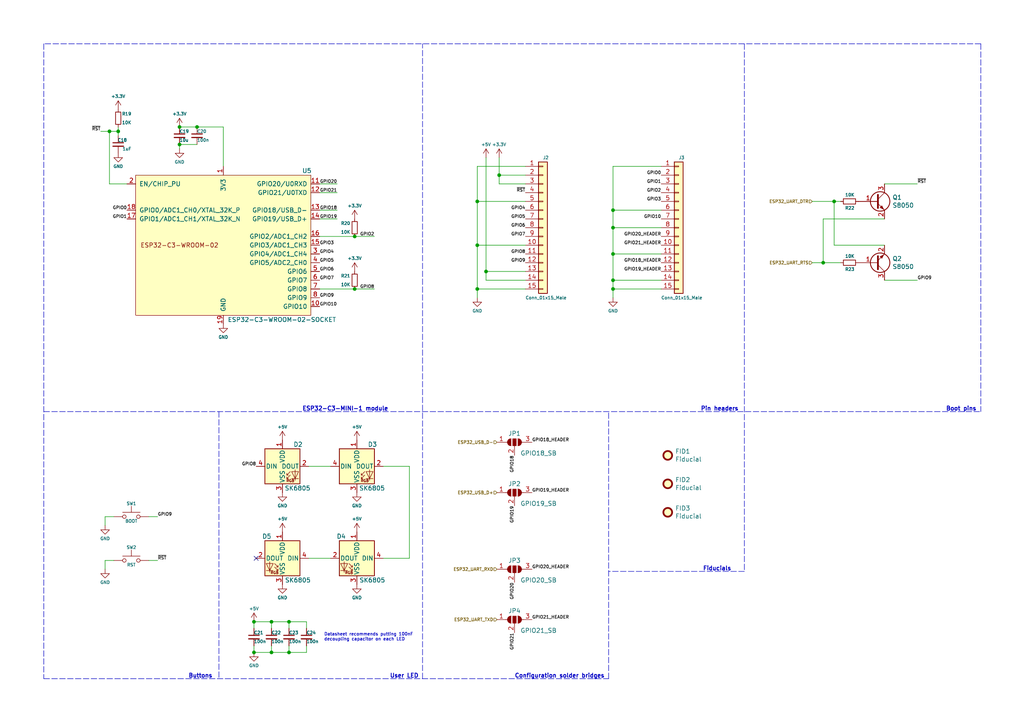
<source format=kicad_sch>
(kicad_sch (version 20211123) (generator eeschema)
  (paper "A4")
  (title_block (title "ESP32-C3 module") (date "2025-02-16") (rev "1.0") (company "Copyright: Tomislav Milkovic"))
  (lib_symbols
    (symbol "Connector_Generic:Conn_01x15" (pin_names (offset 1.016) hide)
      (property "Reference" "J" (at 0 20.32 0))
      (property "Value" "Conn_01x15" (at 0 -20.32 0))
      (symbol "Conn_01x15_1_1"
        (rectangle (start -1.27 -17.653) (end 0 -17.907) (stroke (width 0.1524)))
        (rectangle (start -1.27 -15.113) (end 0 -15.367) (stroke (width 0.1524)))
        (rectangle (start -1.27 -12.573) (end 0 -12.827) (stroke (width 0.1524)))
        (rectangle (start -1.27 -10.033) (end 0 -10.287) (stroke (width 0.1524)))
        (rectangle (start -1.27 -7.493) (end 0 -7.747) (stroke (width 0.1524)))
        (rectangle (start -1.27 -4.953) (end 0 -5.207) (stroke (width 0.1524)))
        (rectangle (start -1.27 -2.413) (end 0 -2.667) (stroke (width 0.1524)))
        (rectangle (start -1.27 0.127) (end 0 -0.127) (stroke (width 0.1524)))
        (rectangle (start -1.27 2.667) (end 0 2.413) (stroke (width 0.1524)))
        (rectangle (start -1.27 5.207) (end 0 4.953) (stroke (width 0.1524)))
        (rectangle (start -1.27 7.747) (end 0 7.493) (stroke (width 0.1524)))
        (rectangle (start -1.27 10.287) (end 0 10.033) (stroke (width 0.1524)))
        (rectangle (start -1.27 12.827) (end 0 12.573) (stroke (width 0.1524)))
        (rectangle (start -1.27 15.367) (end 0 15.113) (stroke (width 0.1524)))
        (rectangle (start -1.27 17.907) (end 0 17.653) (stroke (width 0.1524)))
        (rectangle (start -1.27 19.05) (end 1.27 -19.05) (stroke (width 0.254)) (fill (type background)))
        (pin passive line (at -5.08 17.78 0) (length 3.81) (name "Pin_1") (number "1"))
        (pin passive line (at -5.08 -5.08 0) (length 3.81) (name "Pin_10") (number "10"))
        (pin passive line (at -5.08 -7.62 0) (length 3.81) (name "Pin_11") (number "11"))
        (pin passive line (at -5.08 -10.16 0) (length 3.81) (name "Pin_12") (number "12"))
        (pin passive line (at -5.08 -12.7 0) (length 3.81) (name "Pin_13") (number "13"))
        (pin passive line (at -5.08 -15.24 0) (length 3.81) (name "Pin_14") (number "14"))
        (pin passive line (at -5.08 -17.78 0) (length 3.81) (name "Pin_15") (number "15"))
        (pin passive line (at -5.08 15.24 0) (length 3.81) (name "Pin_2") (number "2"))
        (pin passive line (at -5.08 12.7 0) (length 3.81) (name "Pin_3") (number "3"))
        (pin passive line (at -5.08 10.16 0) (length 3.81) (name "Pin_4") (number "4"))
        (pin passive line (at -5.08 7.62 0) (length 3.81) (name "Pin_5") (number "5"))
        (pin passive line (at -5.08 5.08 0) (length 3.81) (name "Pin_6") (number "6"))
        (pin passive line (at -5.08 2.54 0) (length 3.81) (name "Pin_7") (number "7"))
        (pin passive line (at -5.08 0 0) (length 3.81) (name "Pin_8") (number "8"))
        (pin passive line (at -5.08 -2.54 0) (length 3.81) (name "Pin_9") (number "9"))
      )
    )
    (symbol "Device:C_Small" (pin_numbers hide) (pin_names (offset 0.254) hide)
      (property "Reference" "C" (at 0.254 1.778 0))
      (property "Value" "C_Small" (at 0.254 -2.032 0))
      (symbol "C_Small_0_1"
        (polyline (pts (xy -1.524 -0.508) (xy 1.524 -0.508)) (stroke (width 0.3302)))
        (polyline (pts (xy -1.524 0.508) (xy 1.524 0.508)) (stroke (width 0.3048)))
      )
      (symbol "C_Small_1_1"
        (pin passive line (at 0 2.54 270) (length 2.032) (name "~") (number "1"))
        (pin passive line (at 0 -2.54 90) (length 2.032) (name "~") (number "2"))
      )
    )
    (symbol "Device:R_Small" (pin_numbers hide) (pin_names (offset 0.254) hide)
      (property "Reference" "R" (at 0.762 0.508 0))
      (property "Value" "R_Small" (at 0.762 -1.016 0))
      (symbol "R_Small_0_1"
        (rectangle (start -0.762 1.778) (end 0.762 -1.778) (stroke (width 0.2032)))
      )
      (symbol "R_Small_1_1"
        (pin passive line (at 0 2.54 270) (length 0.762) (name "~") (number "1"))
        (pin passive line (at 0 -2.54 90) (length 0.762) (name "~") (number "2"))
      )
    )
    (symbol "Espressif:ESP32-C3-WROOM-02" (pin_names (offset 1.016))
      (property "Value" "ESP32-C3-WROOM-02" (at 0 0 0))
      (property "Reference_1" "U" (at -25.4 25.4 0))
      (property "Value_1" "ESP32-C3-WROOM-02" (at -25.4 22.86 0))
      (symbol "ESP32-C3-WROOM-02_0_0"
        (text "ESP32-C3-WROOM-02" (at -12.7 0 0) (effects (font (size 1.27 1.27))))
      )
      (symbol "ESP32-C3-WROOM-02_0_1"
        (rectangle (start 25.4 20.32) (end -25.4 -20.32) (fill (type background)))
      )
      (symbol "ESP32-C3-WROOM-02_1_1"
        (pin power_in line (at 0 22.86 270) (length 2.54) (name "3V3") (number "1"))
        (pin bidirectional line (at 27.94 -17.78 180) (length 2.54) (name "GPIO10") (number "10"))
        (pin bidirectional line (at 27.94 17.78 180) (length 2.54) (name "GPIO20/U0RXD") (number "11"))
        (pin bidirectional line (at 27.94 15.24 180) (length 2.54) (name "GPIO21/U0TXD") (number "12"))
        (pin bidirectional line (at 27.94 10.16 180) (length 2.54) (name "GPIO18/USB_D-") (number "13"))
        (pin bidirectional line (at 27.94 7.62 180) (length 2.54) (name "GPIO19/USB_D+") (number "14"))
        (pin bidirectional line (at 27.94 0 180) (length 2.54) (name "GPIO3/ADC1_CH3") (number "15"))
        (pin bidirectional line (at 27.94 2.54 180) (length 2.54) (name "GPIO2/ADC1_CH2") (number "16"))
        (pin bidirectional line (at -27.94 7.62 0) (length 2.54) (name "GPIO1/ADC1_CH1/XTAL_32K_N") (number "17"))
        (pin bidirectional line (at -27.94 10.16 0) (length 2.54) (name "GPIO0/ADC1_CH0/XTAL_32K_P") (number "18"))
        (pin power_in line (at 0 -22.86 90) (length 2.54) (name "GND") (number "19"))
        (pin input line (at -27.94 17.78 0) (length 2.54) (name "EN/CHIP_PU") (number "2"))
        (pin bidirectional line (at 27.94 -2.54 180) (length 2.54) (name "GPIO4/ADC1_CH4") (number "3"))
        (pin bidirectional line (at 27.94 -5.08 180) (length 2.54) (name "GPIO5/ADC2_CH0") (number "4"))
        (pin bidirectional line (at 27.94 -7.62 180) (length 2.54) (name "GPIO6") (number "5"))
        (pin bidirectional line (at 27.94 -10.16 180) (length 2.54) (name "GPIO7") (number "6"))
        (pin bidirectional line (at 27.94 -12.7 180) (length 2.54) (name "GPIO8") (number "7"))
        (pin bidirectional line (at 27.94 -15.24 180) (length 2.54) (name "GPIO9") (number "8"))
        (pin passive line (at 0 -22.86 90) (length 2.54) hide (name "GND") (number "9"))
      )
    )
    (symbol "Jumper:SolderJumper_3_Open" (pin_names (offset 0) hide)
      (property "Reference" "JP" (at -2.54 -2.54 0))
      (property "Value" "SolderJumper_3_Open" (at 0 2.794 0))
      (symbol "SolderJumper_3_Open_0_1"
        (arc (start -1.016 1.016) (mid -2.032 0) (end -1.016 -1.016))
        (arc (start -1.016 1.016) (mid -2.032 0) (end -1.016 -1.016) (fill (type outline)))
        (rectangle (start -0.508 1.016) (end 0.508 -1.016) (fill (type outline)))
        (polyline (pts (xy -2.54 0) (xy -2.032 0)))
        (polyline (pts (xy -1.016 1.016) (xy -1.016 -1.016)))
        (polyline (pts (xy 0 -1.27) (xy 0 -1.016)))
        (polyline (pts (xy 1.016 1.016) (xy 1.016 -1.016)))
        (polyline (pts (xy 2.54 0) (xy 2.032 0)))
        (arc (start 1.016 -1.016) (mid 2.032 0) (end 1.016 1.016))
        (arc (start 1.016 -1.016) (mid 2.032 0) (end 1.016 1.016) (fill (type outline)))
      )
      (symbol "SolderJumper_3_Open_1_1"
        (pin passive line (at -5.08 0 0) (length 2.54) (name "A") (number "1"))
        (pin passive line (at 0 -3.81 90) (length 2.54) (name "C") (number "2"))
        (pin passive line (at 5.08 0 180) (length 2.54) (name "B") (number "3"))
      )
    )
    (symbol "LED:WS2812B" (pin_names (offset 0.254))
      (property "Reference" "D" (at 5.08 5.715 0))
      (property "Value" "WS2812B" (at 1.27 -5.715 0))
      (symbol "WS2812B_0_0"
        (text "RGB" (at 2.286 -4.191 0) (effects (font (size 0.762 0.762))))
      )
      (symbol "WS2812B_0_1"
        (polyline (pts (xy 1.27 -3.556) (xy 1.778 -3.556)))
        (polyline (pts (xy 1.27 -2.54) (xy 1.778 -2.54)))
        (polyline (pts (xy 4.699 -3.556) (xy 2.667 -3.556)))
        (polyline (pts (xy 2.286 -2.54) (xy 1.27 -3.556) (xy 1.27 -3.048)))
        (polyline (pts (xy 2.286 -1.524) (xy 1.27 -2.54) (xy 1.27 -2.032)))
        (polyline (pts (xy 3.683 -1.016) (xy 3.683 -3.556) (xy 3.683 -4.064)))
        (polyline (pts (xy 4.699 -1.524) (xy 2.667 -1.524) (xy 3.683 -3.556) (xy 4.699 -1.524)))
        (rectangle (start 5.08 5.08) (end -5.08 -5.08) (stroke (width 0.254)) (fill (type background)))
      )
      (symbol "WS2812B_1_1"
        (pin power_in line (at 0 7.62 270) (length 2.54) (name "VDD") (number "1"))
        (pin output line (at 7.62 0 180) (length 2.54) (name "DOUT") (number "2"))
        (pin power_in line (at 0 -7.62 90) (length 2.54) (name "VSS") (number "3"))
        (pin input line (at -7.62 0 0) (length 2.54) (name "DIN") (number "4"))
      )
    )
    (symbol "Mechanical:Fiducial"
      (property "Reference" "FID" (at 0 5.08 0))
      (property "Value" "Fiducial" (at 0 3.175 0))
      (symbol "Fiducial_0_1"
        (circle (center 0 0) (radius 1.27) (stroke (width 0.508)) (fill (type background)))
      )
    )
    (symbol "Switch:SW_Push" (pin_numbers hide) (pin_names (offset 1.016) hide)
      (property "Reference" "SW" (at 1.27 2.54 0))
      (property "Value" "SW_Push" (at 0 -1.524 0))
      (symbol "SW_Push_0_1"
        (circle (center -2.032 0) (radius 0.508))
        (polyline (pts (xy 0 1.27) (xy 0 3.048)))
        (polyline (pts (xy 2.54 1.27) (xy -2.54 1.27)))
        (circle (center 2.032 0) (radius 0.508))
        (pin passive line (at -5.08 0 0) (length 2.54) (name "1") (number "1"))
        (pin passive line (at 5.08 0 180) (length 2.54) (name "2") (number "2"))
      )
    )
    (symbol "Transistor_BJT:BC817" (pin_names (offset 0) hide)
      (property "Reference" "Q" (at 5.08 1.905 0))
      (property "Value" "BC817" (at 5.08 0 0))
      (symbol "BC817_0_1"
        (polyline (pts (xy 0.635 0.635) (xy 2.54 2.54)))
        (polyline (pts (xy 0.635 -0.635) (xy 2.54 -2.54) (xy 2.54 -2.54)))
        (polyline (pts (xy 0.635 1.905) (xy 0.635 -1.905) (xy 0.635 -1.905)) (stroke (width 0.508)))
        (polyline (pts (xy 1.27 -1.778) (xy 1.778 -1.27) (xy 2.286 -2.286) (xy 1.27 -1.778) (xy 1.27 -1.778)) (fill (type outline)))
        (circle (center 1.27 0) (radius 2.8194) (stroke (width 0.254)))
      )
      (symbol "BC817_1_1"
        (pin input line (at -5.08 0 0) (length 5.715) (name "B") (number "1"))
        (pin passive line (at 2.54 -5.08 90) (length 2.54) (name "E") (number "2"))
        (pin passive line (at 2.54 5.08 270) (length 2.54) (name "C") (number "3"))
      )
    )
    (symbol "power:+3.3V" (power) (pin_names (offset 0))
      (property "Value" "+3.3V" (at 0 3.556 0))
      (symbol "+3.3V_0_1"
        (polyline (pts (xy -0.762 1.27) (xy 0 2.54)))
        (polyline (pts (xy 0 0) (xy 0 2.54)))
        (polyline (pts (xy 0 2.54) (xy 0.762 1.27)))
      )
      (symbol "+3.3V_1_1"
        (pin power_in line (at 0 0 90) (length 0) hide (name "+3.3V") (number "1"))
      )
    )
    (symbol "power:+5V" (power) (pin_names (offset 0))
      (property "Value" "+5V" (at 0 3.556 0))
      (symbol "+5V_0_1"
        (polyline (pts (xy -0.762 1.27) (xy 0 2.54)))
        (polyline (pts (xy 0 0) (xy 0 2.54)))
        (polyline (pts (xy 0 2.54) (xy 0.762 1.27)))
      )
      (symbol "+5V_1_1"
        (pin power_in line (at 0 0 90) (length 0) hide (name "+5V") (number "1"))
      )
    )
    (symbol "power:GND" (power) (pin_names (offset 0))
      (property "Value" "GND" (at 0 -3.81 0))
      (symbol "GND_0_1"
        (polyline (pts (xy 0 0) (xy 0 -1.27) (xy 1.27 -1.27) (xy 0 -2.54) (xy -1.27 -1.27) (xy 0 -1.27)))
      )
      (symbol "GND_1_1"
        (pin power_in line (at 0 0 270) (length 0) hide (name "GND") (number "1"))
      )
    )
  )
  (junction (at 73.66 180.34))
  (junction (at 83.82 180.34))
  (junction (at 31.75 38.1))
  (junction (at 138.43 71.12))
  (junction (at 52.07 41.91))
  (junction (at 102.87 68.58))
  (junction (at 57.15 36.83))
  (junction (at 144.78 50.8))
  (junction (at 52.07 36.83))
  (junction (at 102.87 83.82))
  (junction (at 241.935 58.42))
  (junction (at 177.8 66.04))
  (junction (at 138.43 83.82))
  (junction (at 177.8 83.82))
  (junction (at 140.97 78.74))
  (junction (at 238.76 76.2))
  (junction (at 83.82 189.23))
  (junction (at 177.8 81.28))
  (junction (at 34.29 38.1))
  (junction (at 73.66 189.23))
  (junction (at 138.43 58.42))
  (junction (at 78.74 189.23))
  (junction (at 177.8 60.96))
  (junction (at 177.8 73.66))
  (junction (at 78.74 180.34))
  (no_connect (at 74.295 161.925))
  (wire (pts (xy 73.66 182.245) (xy 73.66 180.34)))
  (wire (pts (xy 256.54 81.28) (xy 266.065 81.28)))
  (wire (pts (xy 111.125 135.255) (xy 118.745 135.255)))
  (polyline (pts (xy 12.7 196.85) (xy 176.53 196.85)))
  (wire (pts (xy 92.71 55.88) (xy 97.79 55.88)))
  (wire (pts (xy 52.07 36.83) (xy 57.15 36.83)))
  (wire (pts (xy 88.9 189.23) (xy 88.9 187.325)))
  (wire (pts (xy 152.4 71.12) (xy 138.43 71.12)))
  (wire (pts (xy 152.4 58.42) (xy 138.43 58.42)))
  (wire (pts (xy 235.585 76.2) (xy 238.76 76.2)))
  (wire (pts (xy 177.8 60.96) (xy 177.8 66.04)))
  (wire (pts (xy 177.8 81.28) (xy 177.8 83.82)))
  (wire (pts (xy 140.97 78.74) (xy 140.97 81.28)))
  (polyline (pts (xy 63.5 119.38) (xy 63.5 196.85)))
  (wire (pts (xy 89.535 135.255) (xy 95.885 135.255)))
  (wire (pts (xy 241.935 71.12) (xy 256.54 71.12)))
  (wire (pts (xy 140.97 45.72) (xy 140.97 78.74)))
  (wire (pts (xy 191.77 81.28) (xy 177.8 81.28)))
  (wire (pts (xy 177.8 83.82) (xy 177.8 86.36)))
  (wire (pts (xy 45.72 162.56) (xy 43.18 162.56)))
  (polyline (pts (xy 176.53 196.85) (xy 176.53 119.38)))
  (wire (pts (xy 191.77 83.82) (xy 177.8 83.82)))
  (wire (pts (xy 88.9 180.34) (xy 88.9 182.245)))
  (wire (pts (xy 92.71 53.34) (xy 97.79 53.34)))
  (wire (pts (xy 73.66 180.34) (xy 78.74 180.34)))
  (wire (pts (xy 73.66 189.23) (xy 73.66 187.325)))
  (wire (pts (xy 235.585 58.42) (xy 241.935 58.42)))
  (wire (pts (xy 64.77 48.26) (xy 64.77 36.83)))
  (wire (pts (xy 111.125 161.925) (xy 118.745 161.925)))
  (wire (pts (xy 191.77 60.96) (xy 177.8 60.96)))
  (wire (pts (xy 152.4 81.28) (xy 140.97 81.28)))
  (wire (pts (xy 191.77 48.26) (xy 177.8 48.26)))
  (polyline (pts (xy 12.7 119.38) (xy 284.48 119.38)))
  (wire (pts (xy 238.76 63.5) (xy 238.76 76.2)))
  (wire (pts (xy 52.07 41.91) (xy 52.07 43.18)))
  (wire (pts (xy 83.82 187.325) (xy 83.82 189.23)))
  (wire (pts (xy 144.78 50.8) (xy 144.78 45.72)))
  (wire (pts (xy 83.82 180.34) (xy 88.9 180.34)))
  (wire (pts (xy 83.82 189.23) (xy 88.9 189.23)))
  (wire (pts (xy 144.78 53.34) (xy 144.78 50.8)))
  (wire (pts (xy 83.82 182.245) (xy 83.82 180.34)))
  (wire (pts (xy 177.8 66.04) (xy 177.8 73.66)))
  (polyline (pts (xy 215.9 165.735) (xy 176.53 165.735)))
  (wire (pts (xy 57.15 36.83) (xy 64.77 36.83)))
  (wire (pts (xy 138.43 58.42) (xy 138.43 71.12)))
  (wire (pts (xy 34.29 36.83) (xy 34.29 38.1)))
  (wire (pts (xy 92.71 63.5) (xy 97.79 63.5)))
  (wire (pts (xy 152.4 83.82) (xy 138.43 83.82)))
  (wire (pts (xy 191.77 73.66) (xy 177.8 73.66)))
  (wire (pts (xy 78.74 180.34) (xy 83.82 180.34)))
  (polyline (pts (xy 122.555 196.85) (xy 122.555 12.7)))
  (wire (pts (xy 33.02 149.86) (xy 30.48 149.86)))
  (wire (pts (xy 30.48 162.56) (xy 30.48 165.1)))
  (wire (pts (xy 102.87 68.58) (xy 92.71 68.58)))
  (wire (pts (xy 31.75 53.34) (xy 31.75 38.1)))
  (wire (pts (xy 31.75 38.1) (xy 34.29 38.1)))
  (wire (pts (xy 152.4 53.34) (xy 144.78 53.34)))
  (wire (pts (xy 30.48 152.4) (xy 30.48 149.86)))
  (wire (pts (xy 102.87 83.82) (xy 92.71 83.82)))
  (wire (pts (xy 138.43 71.12) (xy 138.43 83.82)))
  (wire (pts (xy 34.29 39.37) (xy 34.29 38.1)))
  (wire (pts (xy 108.585 83.82) (xy 102.87 83.82)))
  (wire (pts (xy 152.4 78.74) (xy 140.97 78.74)))
  (wire (pts (xy 31.75 53.34) (xy 36.83 53.34)))
  (wire (pts (xy 78.74 182.245) (xy 78.74 180.34)))
  (polyline (pts (xy 284.48 12.7) (xy 284.48 119.38)))
  (polyline (pts (xy 284.48 12.7) (xy 12.7 12.7)))
  (wire (pts (xy 256.54 53.34) (xy 266.065 53.34)))
  (wire (pts (xy 241.935 58.42) (xy 243.84 58.42)))
  (wire (pts (xy 177.8 73.66) (xy 177.8 81.28)))
  (wire (pts (xy 191.77 66.04) (xy 177.8 66.04)))
  (wire (pts (xy 92.71 60.96) (xy 97.79 60.96)))
  (polyline (pts (xy 12.7 12.7) (xy 12.7 196.85)))
  (wire (pts (xy 43.18 149.86) (xy 45.72 149.86)))
  (wire (pts (xy 238.76 76.2) (xy 243.84 76.2)))
  (wire (pts (xy 177.8 48.26) (xy 177.8 60.96)))
  (wire (pts (xy 33.02 162.56) (xy 30.48 162.56)))
  (wire (pts (xy 108.585 68.58) (xy 102.87 68.58)))
  (wire (pts (xy 152.4 50.8) (xy 144.78 50.8)))
  (wire (pts (xy 52.07 41.91) (xy 57.15 41.91)))
  (wire (pts (xy 78.74 189.23) (xy 83.82 189.23)))
  (wire (pts (xy 118.745 135.255) (xy 118.745 161.925)))
  (wire (pts (xy 238.76 63.5) (xy 256.54 63.5)))
  (wire (pts (xy 152.4 48.26) (xy 138.43 48.26)))
  (polyline (pts (xy 215.9 12.7) (xy 215.9 165.735)))
  (wire (pts (xy 78.74 187.325) (xy 78.74 189.23)))
  (wire (pts (xy 241.935 58.42) (xy 241.935 71.12)))
  (wire (pts (xy 31.75 38.1) (xy 29.21 38.1)))
  (wire (pts (xy 138.43 86.36) (xy 138.43 83.82)))
  (wire (pts (xy 95.885 161.925) (xy 89.535 161.925)))
  (wire (pts (xy 73.66 189.23) (xy 78.74 189.23)))
  (wire (pts (xy 138.43 48.26) (xy 138.43 58.42)))
  (text "Configuration solder bridges" (at 149.225 196.85 0) (effects (font (size 1.1938 1.1938) (thickness 0.2388) bold) (justify left bottom)))
  (text "Fiducials" (at 203.835 165.735 0) (effects (font (size 1.1938 1.1938) (thickness 0.2388) bold) (justify left bottom)))
  (text "Boot pins" (at 274.32 119.38 0) (effects (font (size 1.1938 1.1938) (thickness 0.2388) bold) (justify left bottom)))
  (text "Pin headers" (at 203.2 119.38 0) (effects (font (size 1.1938 1.1938) (thickness 0.2388) bold) (justify left bottom)))
  (text "ESP32-C3-MINI-1 module" (at 87.63 119.38 0) (effects (font (size 1.1938 1.1938) (thickness 0.2388) bold) (justify left bottom)))
  (text "Datasheet recommends putting 100nF\ndecoupling capacitor on each LED" (at 93.98 186.055 0) (effects (font (size 0.889 0.889)) (justify left bottom)))
  (text "Buttons" (at 54.61 196.85 0) (effects (font (size 1.1938 1.1938) (thickness 0.2388) bold) (justify left bottom)))
  (text "User LED" (at 113.03 196.85 0) (effects (font (size 1.1938 1.1938) (thickness 0.2388) bold) (justify left bottom)))
  (label "GPIO5" (at 92.71 76.2 0) (effects (font (size 0.889 0.889))))
  (label "GPIO8" (at 152.4 73.66 180) (effects (font (size 0.889 0.889))))
  (label "GPIO10" (at 191.77 63.5 180) (effects (font (size 0.889 0.889))))
  (label "GPIO18" (at 149.225 132.08 270) (effects (font (size 0.889 0.889))))
  (label "GPIO21_HEADER" (at 154.305 179.705 0) (effects (font (size 0.889 0.889))))
  (label "GPIO1" (at 36.83 63.5 180) (effects (font (size 0.889 0.889))))
  (label "GPIO20" (at 149.225 168.91 270) (effects (font (size 0.889 0.889))))
  (label "GPIO9" (at 45.72 149.86 0) (effects (font (size 0.889 0.889))))
  (label "~{RST}" (at 45.72 162.56 0) (effects (font (size 0.889 0.889))))
  (label "GPIO6" (at 152.4 66.04 180) (effects (font (size 0.889 0.889))))
  (label "GPIO18" (at 97.79 60.96 180) (effects (font (size 0.889 0.889))))
  (label "GPIO19" (at 97.79 63.5 180) (effects (font (size 0.889 0.889))))
  (label "GPIO4" (at 152.4 60.96 180) (effects (font (size 0.889 0.889))))
  (label "~{RST}" (at 152.4 55.88 180) (effects (font (size 0.889 0.889))))
  (label "GPIO1" (at 191.77 53.34 180) (effects (font (size 0.889 0.889))))
  (label "GPIO19_HEADER" (at 154.305 142.875 0) (effects (font (size 0.889 0.889))))
  (label "GPIO18_HEADER" (at 154.305 128.27 0) (effects (font (size 0.889 0.889))))
  (label "GPIO9" (at 92.71 86.36 0) (effects (font (size 0.889 0.889))))
  (label "GPIO3" (at 191.77 58.42 180) (effects (font (size 0.889 0.889))))
  (label "GPIO6" (at 92.71 78.74 0) (effects (font (size 0.889 0.889))))
  (label "GPIO2" (at 191.77 55.88 180) (effects (font (size 0.889 0.889))))
  (label "GPIO8" (at 108.585 83.82 180) (effects (font (size 0.889 0.889))))
  (label "GPIO21" (at 149.225 183.515 270) (effects (font (size 0.889 0.889))))
  (label "~{RST}" (at 29.21 38.1 180) (effects (font (size 0.889 0.889))))
  (label "GPIO21" (at 97.79 55.88 180) (effects (font (size 0.889 0.889))))
  (label "GPIO9" (at 152.4 76.2 180) (effects (font (size 0.889 0.889))))
  (label "GPIO10" (at 92.71 88.9 0) (effects (font (size 0.889 0.889))))
  (label "GPIO2" (at 108.585 68.58 180) (effects (font (size 0.889 0.889))))
  (label "GPIO4" (at 92.71 73.66 0) (effects (font (size 0.889 0.889))))
  (label "GPIO8" (at 74.295 135.255 180) (effects (font (size 0.889 0.889))))
  (label "~{RST}" (at 266.065 53.34 0) (effects (font (size 0.889 0.889))))
  (label "GPIO7" (at 152.4 68.58 180) (effects (font (size 0.889 0.889))))
  (label "GPIO18_HEADER" (at 191.77 76.2 180) (effects (font (size 0.889 0.889))))
  (label "GPIO19" (at 149.225 146.685 270) (effects (font (size 0.889 0.889))))
  (label "GPIO7" (at 92.71 81.28 0) (effects (font (size 0.889 0.889))))
  (label "GPIO20" (at 97.79 53.34 180) (effects (font (size 0.889 0.889))))
  (label "GPIO0" (at 36.83 60.96 180) (effects (font (size 0.889 0.889))))
  (label "GPIO21_HEADER" (at 191.77 71.12 180) (effects (font (size 0.889 0.889))))
  (label "GPIO0" (at 191.77 50.8 180) (effects (font (size 0.889 0.889))))
  (label "GPIO5" (at 152.4 63.5 180) (effects (font (size 0.889 0.889))))
  (label "GPIO9" (at 266.065 81.28 0) (effects (font (size 0.889 0.889))))
  (label "GPIO19_HEADER" (at 191.77 78.74 180) (effects (font (size 0.889 0.889))))
  (label "GPIO20_HEADER" (at 154.305 165.1 0) (effects (font (size 0.889 0.889))))
  (label "GPIO20_HEADER" (at 191.77 68.58 180) (effects (font (size 0.889 0.889))))
  (label "GPIO3" (at 92.71 71.12 0) (effects (font (size 0.889 0.889))))
  (hierarchical_label "ESP32_UART_RXD" (shape input) (at 144.145 165.1 180) (effects (font (size 0.889 0.889))))
  (hierarchical_label "ESP32_UART_DTR" (shape input) (at 235.585 58.42 180) (effects (font (size 0.889 0.889))))
  (hierarchical_label "ESP32_UART_RTS" (shape input) (at 235.585 76.2 180) (effects (font (size 0.889 0.889))))
  (hierarchical_label "ESP32_USB_D+" (shape input) (at 144.145 142.875 180) (effects (font (size 0.889 0.889))))
  (hierarchical_label "ESP32_USB_D-" (shape input) (at 144.145 128.27 180) (effects (font (size 0.889 0.889))))
  (hierarchical_label "ESP32_UART_TXD" (shape input) (at 144.145 179.705 180) (effects (font (size 0.889 0.889))))
  (symbol (lib_id "power:GND") (at 64.77 93.98 0) (unit 1)
    (property "Reference" "#PWR037" (effects hide))
    (property "Value" "GND" (at 64.77 97.79 0) (effects (font (size 0.889 0.889))))
  )
  (symbol (lib_id "Switch:SW_Push") (at 38.1 162.56 0) (unit 1)
    (property "Reference" "SW2" (at 38.1 158.75 0) (effects (font (size 0.889 0.889))))
    (property "Value" "RST" (at 38.1 163.83 0) (effects (font (size 0.889 0.889))))
    (property "Footprint" "Button_Switch_SMD:SW_SPST_CK_RS282G05A3" (effects hide))
    (property "Datasheet" "https://datasheet.lcsc.com/lcsc/2002271431_XKB-Connectivity-TS-1187A-B-A-B_C318884.pdf" (effects hide))
  )
  (symbol (lib_id "power:GND") (at 30.48 165.1 0) (unit 1)
    (property "Reference" "#PWR031" (effects hide))
    (property "Value" "GND" (at 30.48 168.91 0) (effects (font (size 0.889 0.889))))
  )
  (symbol (lib_id "Device:R_Small") (at 34.29 34.29 0) (mirror y) (unit 1)
    (property "Reference" "R19" (at 38.1 33.02 0) (effects (font (size 0.889 0.889)) (justify left)))
    (property "Value" "10K" (at 38.1 35.56 0) (effects (font (size 0.889 0.889)) (justify left)))
    (property "Footprint" "Resistor_SMD:R_0402_1005Metric" (effects hide))
    (property "Datasheet" "https://datasheet.lcsc.com/lcsc/2206010100_UNI-ROYAL-Uniroyal-Elec-0402WGF1002TCE_C25744.pdf" (effects hide))
    (property "LCSC" "C25744" (effects hide))
  )
  (symbol (lib_id "power:+3.3V") (at 34.29 31.75 0) (mirror y) (unit 1)
    (property "Reference" "#PWR034" (effects hide))
    (property "Value" "+3.3V" (at 34.29 27.94 0) (effects (font (size 0.889 0.889))))
  )
  (symbol (lib_id "Device:C_Small") (at 34.29 41.91 0) (mirror y) (unit 1)
    (property "Reference" "C18" (at 36.83 40.64 0) (effects (font (size 0.889 0.889)) (justify left)))
    (property "Value" "1uF" (at 38.1 43.18 0) (effects (font (size 0.889 0.889)) (justify left)))
    (property "Footprint" "Capacitor_SMD:C_0402_1005Metric" (effects hide))
    (property "Datasheet" "https://datasheet.lcsc.com/lcsc/1811091611_Samsung-Electro-Mechanics-CL05A105KA5NQNC_C52923.pdf" (effects hide))
    (property "LCSC" "C52923" (effects hide))
  )
  (symbol (lib_id "power:GND") (at 34.29 44.45 0) (mirror y) (unit 1)
    (property "Reference" "#PWR035" (effects hide))
    (property "Value" "GND" (at 34.29 48.26 0) (effects (font (size 0.889 0.889))))
  )
  (symbol (lib_id "power:+3.3V") (at 52.07 36.83 0) (unit 1)
    (property "Reference" "#PWR028" (effects hide))
    (property "Value" "+3.3V" (at 52.07 33.02 0) (effects (font (size 0.889 0.889))))
  )
  (symbol (lib_id "Device:C_Small") (at 57.15 39.37 0) (unit 1)
    (property "Reference" "C20" (at 57.15 38.1 0) (effects (font (size 0.889 0.889)) (justify left)))
    (property "Value" "100n" (at 57.15 40.64 0) (effects (font (size 0.889 0.889)) (justify left)))
    (property "Footprint" "Capacitor_SMD:C_0402_1005Metric" (effects hide))
    (property "Datasheet" "https://datasheet.lcsc.com/lcsc/1810191222_Samsung-Electro-Mechanics-CL05B104KB54PNC_C307331.pdf" (effects hide))
    (property "LCSC" "C307331" (effects hide))
  )
  (symbol (lib_id "Device:C_Small") (at 52.07 39.37 0) (unit 1)
    (property "Reference" "C19" (at 52.07 38.1 0) (effects (font (size 0.889 0.889)) (justify left)))
    (property "Value" "10u" (at 52.07 40.64 0) (effects (font (size 0.889 0.889)) (justify left)))
    (property "Footprint" "Capacitor_SMD:C_0603_1608Metric" (effects hide))
    (property "Datasheet" "https://datasheet.lcsc.com/lcsc/2004251506_Murata-Electronics-GRM21BR61H106KE43L_C440198.pdf" (effects hide))
    (property "LCSC" "C19702" (effects hide))
  )
  (symbol (lib_id "power:GND") (at 52.07 43.18 0) (unit 1)
    (property "Reference" "#PWR029" (effects hide))
    (property "Value" "GND" (at 52.07 46.99 0) (effects (font (size 0.889 0.889))))
  )
  (symbol (lib_id "Switch:SW_Push") (at 38.1 149.86 0) (unit 1)
    (property "Reference" "SW1" (at 38.1 146.05 0) (effects (font (size 0.889 0.889))))
    (property "Value" "BOOT" (at 38.1 151.13 0) (effects (font (size 0.889 0.889))))
    (property "Footprint" "Button_Switch_SMD:SW_SPST_CK_RS282G05A3" (effects hide))
    (property "Datasheet" "https://datasheet.lcsc.com/lcsc/2002271431_XKB-Connectivity-TS-1187A-B-A-B_C318884.pdf" (effects hide))
  )
  (symbol (lib_id "power:GND") (at 30.48 152.4 0) (unit 1)
    (property "Reference" "#PWR030" (effects hide))
    (property "Value" "GND" (at 30.48 156.21 0) (effects (font (size 0.889 0.889))))
  )
  (symbol (lib_id "Device:R_Small") (at 102.87 66.04 0) (mirror y) (unit 1)
    (property "Reference" "R20" (at 101.6 64.77 0) (effects (font (size 0.889 0.889)) (justify left)))
    (property "Value" "10K" (at 101.6 67.31 0) (effects (font (size 0.889 0.889)) (justify left)))
    (property "Footprint" "Resistor_SMD:R_0402_1005Metric" (effects hide))
    (property "Datasheet" "https://datasheet.lcsc.com/lcsc/2206010100_UNI-ROYAL-Uniroyal-Elec-0402WGF1002TCE_C25744.pdf" (effects hide))
    (property "LCSC" "C25744" (effects hide))
  )
  (symbol (lib_id "power:+3.3V") (at 102.87 63.5 0) (mirror y) (unit 1)
    (property "Reference" "#PWR032" (effects hide))
    (property "Value" "+3.3V" (at 102.87 59.69 0) (effects (font (size 0.889 0.889))))
  )
  (symbol (lib_id "Device:R_Small") (at 102.87 81.28 0) (mirror y) (unit 1)
    (property "Reference" "R21" (at 101.6 80.01 0) (effects (font (size 0.889 0.889)) (justify left)))
    (property "Value" "10K" (at 101.6 82.55 0) (effects (font (size 0.889 0.889)) (justify left)))
    (property "Footprint" "Resistor_SMD:R_0402_1005Metric" (effects hide))
    (property "Datasheet" "https://datasheet.lcsc.com/lcsc/2206010100_UNI-ROYAL-Uniroyal-Elec-0402WGF1002TCE_C25744.pdf" (effects hide))
    (property "LCSC" "C25744" (effects hide))
  )
  (symbol (lib_id "power:+3.3V") (at 102.87 78.74 0) (mirror y) (unit 1)
    (property "Reference" "#PWR033" (effects hide))
    (property "Value" "+3.3V" (at 102.87 74.93 0) (effects (font (size 0.889 0.889))))
  )
  (symbol (lib_id "Connector_Generic:Conn_01x15") (at 196.85 66.04 0) (unit 1)
    (property "Reference" "J3" (at 196.85 45.72 0) (effects (font (size 0.889 0.889)) (justify left)))
    (property "Value" "Conn_01x15_Male" (at 191.77 86.36 0) (effects (font (size 0.889 0.889)) (justify left)))
    (property "Footprint" "Connector_PinHeader_2.54mm:PinHeader_1x15_P2.54mm_Vertical" (effects hide))
  )
  (symbol (lib_id "Connector_Generic:Conn_01x15") (at 157.48 66.04 0) (unit 1)
    (property "Reference" "J2" (at 157.48 45.72 0) (effects (font (size 0.889 0.889)) (justify left)))
    (property "Value" "Conn_01x15_Male" (at 152.4 86.36 0) (effects (font (size 0.889 0.889)) (justify left)))
    (property "Footprint" "Connector_PinHeader_2.54mm:PinHeader_1x15_P2.54mm_Vertical" (effects hide))
  )
  (symbol (lib_id "power:GND") (at 138.43 86.36 0) (unit 1)
    (property "Reference" "#PWR038" (effects hide))
    (property "Value" "GND" (at 138.43 90.17 0) (effects (font (size 0.889 0.889))))
  )
  (symbol (lib_id "power:+3.3V") (at 144.78 45.72 0) (unit 1)
    (property "Reference" "#PWR040" (effects hide))
    (property "Value" "+3.3V" (at 144.78 41.91 0) (effects (font (size 0.889 0.889))))
  )
  (symbol (lib_id "power:GND") (at 177.8 86.36 0) (unit 1)
    (property "Reference" "#PWR041" (effects hide))
    (property "Value" "GND" (at 177.8 90.17 0) (effects (font (size 0.889 0.889))))
  )
  (symbol (lib_id "power:+5V") (at 140.97 45.72 0) (unit 1)
    (property "Reference" "#PWR039" (effects hide))
    (property "Value" "+5V" (at 140.97 41.91 0) (effects (font (size 0.889 0.889))))
  )
  (symbol (lib_id "Transistor_BJT:BC817") (at 254 58.42 0) (unit 1)
    (property "Reference" "Q1" (at 258.826 57.2516 0) (effects (justify left)))
    (property "Value" "S8050" (at 258.826 59.563 0) (effects (justify left)))
    (property "Footprint" "Package_TO_SOT_SMD:SOT-23" (effects hide))
    (property "Datasheet" "https://www.lcsc.com/datasheet/lcsc_datasheet_2310131500_Jiangsu-Changjing-Electronics-Technology-Co---Ltd--S8050-J3Y-RANGE-200-350_C2146.pdf" (effects hide))
    (property "LCSC" "C2146" (effects hide))
  )
  (symbol (lib_id "Transistor_BJT:BC817") (at 254 76.2 0) (mirror x) (unit 1)
    (property "Reference" "Q2" (at 258.826 75.0316 0) (effects (justify left)))
    (property "Value" "S8050" (at 258.826 77.343 0) (effects (justify left)))
    (property "Footprint" "Package_TO_SOT_SMD:SOT-23" (effects hide))
    (property "Datasheet" "https://www.lcsc.com/datasheet/lcsc_datasheet_2310131500_Jiangsu-Changjing-Electronics-Technology-Co---Ltd--S8050-J3Y-RANGE-200-350_C2146.pdf" (effects hide))
    (property "LCSC" "C2146" (effects hide))
  )
  (symbol (lib_id "Device:R_Small") (at 246.38 76.2 270) (unit 1)
    (property "Reference" "R23" (at 245.11 78.105 90) (effects (font (size 0.889 0.889)) (justify left)))
    (property "Value" "10K" (at 245.11 74.295 90) (effects (font (size 0.889 0.889)) (justify left)))
    (property "Footprint" "Resistor_SMD:R_0402_1005Metric" (effects hide))
    (property "Datasheet" "https://datasheet.lcsc.com/lcsc/2206010100_UNI-ROYAL-Uniroyal-Elec-0402WGF1002TCE_C25744.pdf" (effects hide))
    (property "LCSC" "C25744" (effects hide))
  )
  (symbol (lib_id "Device:R_Small") (at 246.38 58.42 270) (unit 1)
    (property "Reference" "R22" (at 245.11 60.325 90) (effects (font (size 0.889 0.889)) (justify left)))
    (property "Value" "10K" (at 245.11 56.515 90) (effects (font (size 0.889 0.889)) (justify left)))
    (property "Footprint" "Resistor_SMD:R_0402_1005Metric" (effects hide))
    (property "Datasheet" "https://datasheet.lcsc.com/lcsc/2206010100_UNI-ROYAL-Uniroyal-Elec-0402WGF1002TCE_C25744.pdf" (effects hide))
    (property "LCSC" "C25744" (effects hide))
  )
  (symbol (lib_id "Device:C_Small") (at 73.66 184.785 0) (unit 1)
    (property "Reference" "C21" (at 73.66 183.515 0) (effects (font (size 0.889 0.889)) (justify left)))
    (property "Value" "100n" (at 73.66 186.055 0) (effects (font (size 0.889 0.889)) (justify left)))
    (property "Footprint" "Capacitor_SMD:C_0402_1005Metric" (effects hide))
    (property "Datasheet" "https://datasheet.lcsc.com/lcsc/1810191222_Samsung-Electro-Mechanics-CL05B104KB54PNC_C307331.pdf" (effects hide))
    (property "LCSC" "C307331" (effects hide))
  )
  (symbol (lib_id "power:+5V") (at 73.66 180.34 0) (unit 1)
    (property "Reference" "#PWR050" (effects hide))
    (property "Value" "+5V" (at 73.66 176.53 0) (effects (font (size 0.889 0.889))))
  )
  (symbol (lib_id "power:GND") (at 73.66 189.23 0) (unit 1)
    (property "Reference" "#PWR051" (effects hide))
    (property "Value" "GND" (at 73.66 193.04 0) (effects (font (size 0.889 0.889))))
  )
  (symbol (lib_id "LED:WS2812B") (at 81.915 135.255 0) (unit 1)
    (property "Reference" "D2" (at 85.09 128.905 0) (effects (justify left)))
    (property "Value" "SK6805" (at 82.55 141.605 0) (effects (justify left)))
    (property "Footprint" "LED_custom:LED_SK6805_E14_1.4x1.4mm_P0.4mm" (effects hide))
    (property "Datasheet" "https://wmsc.lcsc.com/wmsc/upload/file/pdf/v2/lcsc/2202161430_OPSCO-Optoelectronics-SK6805-EC14_C2909055.pdf" (effects hide))
    (property "LCSC" "C2909055" (effects hide))
  )
  (symbol (lib_id "power:+5V") (at 81.915 127.635 0) (unit 1)
    (property "Reference" "#PWR0104" (effects hide))
    (property "Value" "+5V" (at 81.915 123.825 0) (effects (font (size 0.889 0.889))))
  )
  (symbol (lib_id "power:GND") (at 81.915 142.875 0) (unit 1)
    (property "Reference" "#PWR0105" (effects hide))
    (property "Value" "GND" (at 81.915 146.685 0) (effects (font (size 0.889 0.889))))
  )
  (symbol (lib_id "LED:WS2812B") (at 103.505 135.255 0) (unit 1)
    (property "Reference" "D3" (at 106.68 128.905 0) (effects (justify left)))
    (property "Value" "SK6805" (at 104.14 141.605 0) (effects (justify left)))
    (property "Footprint" "LED_custom:LED_SK6805_E14_1.4x1.4mm_P0.4mm" (effects hide))
    (property "Datasheet" "https://wmsc.lcsc.com/wmsc/upload/file/pdf/v2/lcsc/2202161430_OPSCO-Optoelectronics-SK6805-EC14_C2909055.pdf" (effects hide))
    (property "LCSC" "C2909055" (effects hide))
  )
  (symbol (lib_id "power:+5V") (at 103.505 127.635 0) (unit 1)
    (property "Reference" "#PWR054" (effects hide))
    (property "Value" "+5V" (at 103.505 123.825 0) (effects (font (size 0.889 0.889))))
  )
  (symbol (lib_id "power:GND") (at 103.505 142.875 0) (unit 1)
    (property "Reference" "#PWR055" (effects hide))
    (property "Value" "GND" (at 103.505 146.685 0) (effects (font (size 0.889 0.889))))
  )
  (symbol (lib_id "Device:C_Small") (at 78.74 184.785 0) (unit 1)
    (property "Reference" "C22" (at 78.74 183.515 0) (effects (font (size 0.889 0.889)) (justify left)))
    (property "Value" "100n" (at 78.74 186.055 0) (effects (font (size 0.889 0.889)) (justify left)))
    (property "Footprint" "Capacitor_SMD:C_0402_1005Metric" (effects hide))
    (property "Datasheet" "https://datasheet.lcsc.com/lcsc/1810191222_Samsung-Electro-Mechanics-CL05B104KB54PNC_C307331.pdf" (effects hide))
    (property "LCSC" "C307331" (effects hide))
  )
  (symbol (lib_id "LED:WS2812B") (at 103.505 161.925 0) (mirror y) (unit 1)
    (property "Reference" "D4" (at 100.33 155.575 0) (effects (justify left)))
    (property "Value" "SK6805" (at 111.76 168.275 0) (effects (justify left)))
    (property "Footprint" "LED_custom:LED_SK6805_E14_1.4x1.4mm_P0.4mm" (effects hide))
    (property "Datasheet" "https://wmsc.lcsc.com/wmsc/upload/file/pdf/v2/lcsc/2202161430_OPSCO-Optoelectronics-SK6805-EC14_C2909055.pdf" (effects hide))
    (property "LCSC" "C2909055" (effects hide))
  )
  (symbol (lib_id "power:+5V") (at 103.505 154.305 0) (mirror y) (unit 1)
    (property "Reference" "#PWR056" (effects hide))
    (property "Value" "+5V" (at 103.505 150.495 0) (effects (font (size 0.889 0.889))))
  )
  (symbol (lib_id "power:GND") (at 103.505 169.545 0) (mirror y) (unit 1)
    (property "Reference" "#PWR057" (effects hide))
    (property "Value" "GND" (at 103.505 173.355 0) (effects (font (size 0.889 0.889))))
  )
  (symbol (lib_id "LED:WS2812B") (at 81.915 161.925 0) (mirror y) (unit 1)
    (property "Reference" "D5" (at 78.74 155.575 0) (effects (justify left)))
    (property "Value" "SK6805" (at 90.17 168.275 0) (effects (justify left)))
    (property "Footprint" "LED_custom:LED_SK6805_E14_1.4x1.4mm_P0.4mm" (effects hide))
    (property "Datasheet" "https://wmsc.lcsc.com/wmsc/upload/file/pdf/v2/lcsc/2202161430_OPSCO-Optoelectronics-SK6805-EC14_C2909055.pdf" (effects hide))
    (property "LCSC" "C2909055" (effects hide))
  )
  (symbol (lib_id "power:+5V") (at 81.915 154.305 0) (mirror y) (unit 1)
    (property "Reference" "#PWR052" (effects hide))
    (property "Value" "+5V" (at 81.915 150.495 0) (effects (font (size 0.889 0.889))))
  )
  (symbol (lib_id "power:GND") (at 81.915 169.545 0) (mirror y) (unit 1)
    (property "Reference" "#PWR053" (effects hide))
    (property "Value" "GND" (at 81.915 173.355 0) (effects (font (size 0.889 0.889))))
  )
  (symbol (lib_id "Mechanical:Fiducial") (at 193.675 132.08 0) (unit 1)
    (property "Reference" "FID1" (at 195.834 130.9116 0) (effects (justify left)))
    (property "Value" "Fiducial" (at 195.834 133.223 0) (effects (justify left)))
    (property "Footprint" "Fiducial:Fiducial_0.5mm_Mask1mm" (effects hide))
  )
  (symbol (lib_id "Mechanical:Fiducial") (at 193.675 140.335 0) (unit 1)
    (property "Reference" "FID2" (at 195.834 139.1666 0) (effects (justify left)))
    (property "Value" "Fiducial" (at 195.834 141.478 0) (effects (justify left)))
    (property "Footprint" "Fiducial:Fiducial_0.5mm_Mask1mm" (effects hide))
  )
  (symbol (lib_id "Mechanical:Fiducial") (at 193.675 148.59 0) (unit 1)
    (property "Reference" "FID3" (at 195.834 147.4216 0) (effects (justify left)))
    (property "Value" "Fiducial" (at 195.834 149.733 0) (effects (justify left)))
    (property "Footprint" "Fiducial:Fiducial_0.5mm_Mask1mm" (effects hide))
  )
  (symbol (lib_id "Device:C_Small") (at 83.82 184.785 0) (unit 1)
    (property "Reference" "C23" (at 83.82 183.515 0) (effects (font (size 0.889 0.889)) (justify left)))
    (property "Value" "100n" (at 83.82 186.055 0) (effects (font (size 0.889 0.889)) (justify left)))
    (property "Footprint" "Capacitor_SMD:C_0402_1005Metric" (effects hide))
    (property "Datasheet" "https://datasheet.lcsc.com/lcsc/1810191222_Samsung-Electro-Mechanics-CL05B104KB54PNC_C307331.pdf" (effects hide))
    (property "LCSC" "C307331" (effects hide))
  )
  (symbol (lib_id "Device:C_Small") (at 88.9 184.785 0) (unit 1)
    (property "Reference" "C24" (at 88.9 183.515 0) (effects (font (size 0.889 0.889)) (justify left)))
    (property "Value" "100n" (at 88.9 186.055 0) (effects (font (size 0.889 0.889)) (justify left)))
    (property "Footprint" "Capacitor_SMD:C_0402_1005Metric" (effects hide))
    (property "Datasheet" "https://datasheet.lcsc.com/lcsc/1810191222_Samsung-Electro-Mechanics-CL05B104KB54PNC_C307331.pdf" (effects hide))
    (property "LCSC" "C307331" (effects hide))
  )
  (symbol (lib_id "Jumper:SolderJumper_3_Open") (at 149.225 128.27 0) (unit 1)
    (property "Reference" "JP1" (at 149.225 125.73 0))
    (property "Value" "GPIO18_SB" (at 156.21 131.445 0))
    (property "Footprint" "Jumper:SolderJumper-3_P1.3mm_Open_RoundedPad1.0x1.5mm" (effects hide))
  )
  (symbol (lib_id "Jumper:SolderJumper_3_Open") (at 149.225 142.875 0) (unit 1)
    (property "Reference" "JP2" (at 149.225 140.335 0))
    (property "Value" "GPIO19_SB" (at 156.21 146.05 0))
    (property "Footprint" "Jumper:SolderJumper-3_P1.3mm_Open_RoundedPad1.0x1.5mm" (effects hide))
  )
  (symbol (lib_id "Jumper:SolderJumper_3_Open") (at 149.225 165.1 0) (unit 1)
    (property "Reference" "JP3" (at 149.225 162.56 0))
    (property "Value" "GPIO20_SB" (at 156.21 168.275 0))
    (property "Footprint" "Jumper:SolderJumper-3_P1.3mm_Open_RoundedPad1.0x1.5mm" (effects hide))
  )
  (symbol (lib_id "Jumper:SolderJumper_3_Open") (at 149.225 179.705 0) (unit 1)
    (property "Reference" "JP4" (at 149.225 177.165 0))
    (property "Value" "GPIO21_SB" (at 156.21 182.88 0))
    (property "Footprint" "Jumper:SolderJumper-3_P1.3mm_Open_RoundedPad1.0x1.5mm" (effects hide))
  )
  (symbol (lib_id "Espressif:ESP32-C3-WROOM-02") (at 64.77 71.12 0) (unit 1)
    (property "Reference" "U5" (at 87.63 49.53 0) (effects (justify left)))
    (property "Value" "ESP32-C3-WROOM-02-SOCKET" (at 66.04 92.71 0) (effects (justify left)))
    (property "Footprint" "Espressif_custom:ESP32-C3-WROOM-02-SOCKET" (effects hide))
    (property "Datasheet" "https://www.espressif.com/sites/default/files/documentation/esp32-c3-wroom-02_datasheet_en.pdf" (effects hide))
    (property "Reference_1" "U" (effects hide))
    (property "Value_1" "ESP32-C3-WROOM-02" (effects hide))
    (property "Footprint_1" "Espressif:ESP32-C3-WROOM-02" (effects hide))
    (property "Datasheet_1" "https://www.espressif.com/sites/default/files/documentation/esp32-c3-wroom-02_datasheet_en.pdf" (effects hide))
  )
)
</source>
